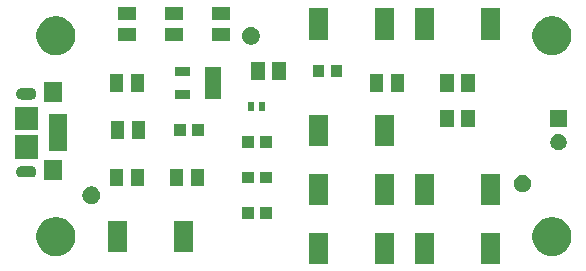
<source format=gbr>
G04 #@! TF.GenerationSoftware,KiCad,Pcbnew,5.1.4+dfsg1-1*
G04 #@! TF.CreationDate,2020-01-04T00:08:43+00:00*
G04 #@! TF.ProjectId,LithiumBatteryEmulator,4c697468-6975-46d4-9261-747465727945,rev?*
G04 #@! TF.SameCoordinates,Original*
G04 #@! TF.FileFunction,Soldermask,Top*
G04 #@! TF.FilePolarity,Negative*
%FSLAX46Y46*%
G04 Gerber Fmt 4.6, Leading zero omitted, Abs format (unit mm)*
G04 Created by KiCad (PCBNEW 5.1.4+dfsg1-1) date 2020-01-04 00:08:43*
%MOMM*%
%LPD*%
G04 APERTURE LIST*
%ADD10C,0.100000*%
G04 APERTURE END LIST*
D10*
G36*
X112607000Y-93321000D02*
G01*
X110981000Y-93321000D01*
X110981000Y-90679000D01*
X112607000Y-90679000D01*
X112607000Y-93321000D01*
X112607000Y-93321000D01*
G37*
G36*
X116019000Y-93321000D02*
G01*
X114393000Y-93321000D01*
X114393000Y-90679000D01*
X116019000Y-90679000D01*
X116019000Y-93321000D01*
X116019000Y-93321000D01*
G37*
G36*
X121607000Y-93321000D02*
G01*
X119981000Y-93321000D01*
X119981000Y-90679000D01*
X121607000Y-90679000D01*
X121607000Y-93321000D01*
X121607000Y-93321000D01*
G37*
G36*
X107019000Y-93321000D02*
G01*
X105393000Y-93321000D01*
X105393000Y-90679000D01*
X107019000Y-90679000D01*
X107019000Y-93321000D01*
X107019000Y-93321000D01*
G37*
G36*
X126375256Y-89391298D02*
G01*
X126481579Y-89412447D01*
X126782042Y-89536903D01*
X127052451Y-89717585D01*
X127282415Y-89947549D01*
X127463097Y-90217958D01*
X127587553Y-90518421D01*
X127651000Y-90837391D01*
X127651000Y-91162609D01*
X127587553Y-91481579D01*
X127463097Y-91782042D01*
X127282415Y-92052451D01*
X127052451Y-92282415D01*
X126782042Y-92463097D01*
X126481579Y-92587553D01*
X126375256Y-92608702D01*
X126162611Y-92651000D01*
X125837389Y-92651000D01*
X125624744Y-92608702D01*
X125518421Y-92587553D01*
X125217958Y-92463097D01*
X124947549Y-92282415D01*
X124717585Y-92052451D01*
X124536903Y-91782042D01*
X124412447Y-91481579D01*
X124349000Y-91162609D01*
X124349000Y-90837391D01*
X124412447Y-90518421D01*
X124536903Y-90217958D01*
X124717585Y-89947549D01*
X124947549Y-89717585D01*
X125217958Y-89536903D01*
X125518421Y-89412447D01*
X125624744Y-89391298D01*
X125837389Y-89349000D01*
X126162611Y-89349000D01*
X126375256Y-89391298D01*
X126375256Y-89391298D01*
G37*
G36*
X84375256Y-89391298D02*
G01*
X84481579Y-89412447D01*
X84782042Y-89536903D01*
X85052451Y-89717585D01*
X85282415Y-89947549D01*
X85463097Y-90217958D01*
X85587553Y-90518421D01*
X85651000Y-90837391D01*
X85651000Y-91162609D01*
X85587553Y-91481579D01*
X85463097Y-91782042D01*
X85282415Y-92052451D01*
X85052451Y-92282415D01*
X84782042Y-92463097D01*
X84481579Y-92587553D01*
X84375256Y-92608702D01*
X84162611Y-92651000D01*
X83837389Y-92651000D01*
X83624744Y-92608702D01*
X83518421Y-92587553D01*
X83217958Y-92463097D01*
X82947549Y-92282415D01*
X82717585Y-92052451D01*
X82536903Y-91782042D01*
X82412447Y-91481579D01*
X82349000Y-91162609D01*
X82349000Y-90837391D01*
X82412447Y-90518421D01*
X82536903Y-90217958D01*
X82717585Y-89947549D01*
X82947549Y-89717585D01*
X83217958Y-89536903D01*
X83518421Y-89412447D01*
X83624744Y-89391298D01*
X83837389Y-89349000D01*
X84162611Y-89349000D01*
X84375256Y-89391298D01*
X84375256Y-89391298D01*
G37*
G36*
X90019000Y-92321000D02*
G01*
X88393000Y-92321000D01*
X88393000Y-89679000D01*
X90019000Y-89679000D01*
X90019000Y-92321000D01*
X90019000Y-92321000D01*
G37*
G36*
X95607000Y-92321000D02*
G01*
X93981000Y-92321000D01*
X93981000Y-89679000D01*
X95607000Y-89679000D01*
X95607000Y-92321000D01*
X95607000Y-92321000D01*
G37*
G36*
X102257500Y-89495500D02*
G01*
X101266500Y-89495500D01*
X101266500Y-88504500D01*
X102257500Y-88504500D01*
X102257500Y-89495500D01*
X102257500Y-89495500D01*
G37*
G36*
X100733500Y-89495500D02*
G01*
X99742500Y-89495500D01*
X99742500Y-88504500D01*
X100733500Y-88504500D01*
X100733500Y-89495500D01*
X100733500Y-89495500D01*
G37*
G36*
X116019000Y-88321000D02*
G01*
X114393000Y-88321000D01*
X114393000Y-85679000D01*
X116019000Y-85679000D01*
X116019000Y-88321000D01*
X116019000Y-88321000D01*
G37*
G36*
X107019000Y-88321000D02*
G01*
X105393000Y-88321000D01*
X105393000Y-85679000D01*
X107019000Y-85679000D01*
X107019000Y-88321000D01*
X107019000Y-88321000D01*
G37*
G36*
X112607000Y-88321000D02*
G01*
X110981000Y-88321000D01*
X110981000Y-85679000D01*
X112607000Y-85679000D01*
X112607000Y-88321000D01*
X112607000Y-88321000D01*
G37*
G36*
X121607000Y-88321000D02*
G01*
X119981000Y-88321000D01*
X119981000Y-85679000D01*
X121607000Y-85679000D01*
X121607000Y-88321000D01*
X121607000Y-88321000D01*
G37*
G36*
X87218766Y-86778821D02*
G01*
X87355257Y-86835358D01*
X87478097Y-86917437D01*
X87582563Y-87021903D01*
X87664642Y-87144743D01*
X87721179Y-87281234D01*
X87750000Y-87426130D01*
X87750000Y-87573870D01*
X87721179Y-87718766D01*
X87664642Y-87855257D01*
X87582563Y-87978097D01*
X87478097Y-88082563D01*
X87355257Y-88164642D01*
X87218766Y-88221179D01*
X87073870Y-88250000D01*
X86926130Y-88250000D01*
X86781234Y-88221179D01*
X86644743Y-88164642D01*
X86521903Y-88082563D01*
X86417437Y-87978097D01*
X86335358Y-87855257D01*
X86278821Y-87718766D01*
X86250000Y-87573870D01*
X86250000Y-87426130D01*
X86278821Y-87281234D01*
X86335358Y-87144743D01*
X86417437Y-87021903D01*
X86521903Y-86917437D01*
X86644743Y-86835358D01*
X86781234Y-86778821D01*
X86926130Y-86750000D01*
X87073870Y-86750000D01*
X87218766Y-86778821D01*
X87218766Y-86778821D01*
G37*
G36*
X123718766Y-85778821D02*
G01*
X123855257Y-85835358D01*
X123978097Y-85917437D01*
X124082563Y-86021903D01*
X124164642Y-86144743D01*
X124221179Y-86281234D01*
X124250000Y-86426130D01*
X124250000Y-86573870D01*
X124221179Y-86718766D01*
X124164642Y-86855257D01*
X124082563Y-86978097D01*
X123978097Y-87082563D01*
X123855257Y-87164642D01*
X123718766Y-87221179D01*
X123573870Y-87250000D01*
X123426130Y-87250000D01*
X123281234Y-87221179D01*
X123144743Y-87164642D01*
X123021903Y-87082563D01*
X122917437Y-86978097D01*
X122835358Y-86855257D01*
X122778821Y-86718766D01*
X122750000Y-86573870D01*
X122750000Y-86426130D01*
X122778821Y-86281234D01*
X122835358Y-86144743D01*
X122917437Y-86021903D01*
X123021903Y-85917437D01*
X123144743Y-85835358D01*
X123281234Y-85778821D01*
X123426130Y-85750000D01*
X123573870Y-85750000D01*
X123718766Y-85778821D01*
X123718766Y-85778821D01*
G37*
G36*
X94781000Y-86751000D02*
G01*
X93663000Y-86751000D01*
X93663000Y-85249000D01*
X94781000Y-85249000D01*
X94781000Y-86751000D01*
X94781000Y-86751000D01*
G37*
G36*
X96560000Y-86751000D02*
G01*
X95442000Y-86751000D01*
X95442000Y-85249000D01*
X96560000Y-85249000D01*
X96560000Y-86751000D01*
X96560000Y-86751000D01*
G37*
G36*
X89670000Y-86749500D02*
G01*
X88552000Y-86749500D01*
X88552000Y-85250500D01*
X89670000Y-85250500D01*
X89670000Y-86749500D01*
X89670000Y-86749500D01*
G37*
G36*
X91448000Y-86749500D02*
G01*
X90330000Y-86749500D01*
X90330000Y-85250500D01*
X91448000Y-85250500D01*
X91448000Y-86749500D01*
X91448000Y-86749500D01*
G37*
G36*
X102257500Y-86495500D02*
G01*
X101266500Y-86495500D01*
X101266500Y-85504500D01*
X102257500Y-85504500D01*
X102257500Y-86495500D01*
X102257500Y-86495500D01*
G37*
G36*
X100733500Y-86495500D02*
G01*
X99742500Y-86495500D01*
X99742500Y-85504500D01*
X100733500Y-85504500D01*
X100733500Y-86495500D01*
X100733500Y-86495500D01*
G37*
G36*
X84504920Y-86251000D02*
G01*
X83002920Y-86251000D01*
X83002920Y-84549000D01*
X84504920Y-84549000D01*
X84504920Y-86251000D01*
X84504920Y-86251000D01*
G37*
G36*
X81948213Y-85006249D02*
G01*
X82042652Y-85034897D01*
X82129687Y-85081418D01*
X82205975Y-85144025D01*
X82268582Y-85220313D01*
X82315103Y-85307348D01*
X82343751Y-85401787D01*
X82353424Y-85500000D01*
X82343751Y-85598213D01*
X82315103Y-85692652D01*
X82268582Y-85779687D01*
X82205975Y-85855975D01*
X82129687Y-85918582D01*
X82042652Y-85965103D01*
X81948213Y-85993751D01*
X81874612Y-86001000D01*
X81125388Y-86001000D01*
X81051787Y-85993751D01*
X80957348Y-85965103D01*
X80870313Y-85918582D01*
X80794025Y-85855975D01*
X80731418Y-85779687D01*
X80684897Y-85692652D01*
X80656249Y-85598213D01*
X80646576Y-85500000D01*
X80656249Y-85401787D01*
X80684897Y-85307348D01*
X80731418Y-85220313D01*
X80794025Y-85144025D01*
X80870313Y-85081418D01*
X80957348Y-85034897D01*
X81051787Y-85006249D01*
X81125388Y-84999000D01*
X81874612Y-84999000D01*
X81948213Y-85006249D01*
X81948213Y-85006249D01*
G37*
G36*
X82501000Y-84401000D02*
G01*
X80499000Y-84401000D01*
X80499000Y-82399000D01*
X82501000Y-82399000D01*
X82501000Y-84401000D01*
X82501000Y-84401000D01*
G37*
G36*
X84901000Y-83748940D02*
G01*
X83449000Y-83748940D01*
X83449000Y-80651060D01*
X84901000Y-80651060D01*
X84901000Y-83748940D01*
X84901000Y-83748940D01*
G37*
G36*
X126686558Y-82313480D02*
G01*
X126754174Y-82326929D01*
X126806939Y-82348785D01*
X126881559Y-82379694D01*
X126996204Y-82456297D01*
X127093703Y-82553796D01*
X127170306Y-82668441D01*
X127223071Y-82795827D01*
X127249970Y-82931058D01*
X127249970Y-83068942D01*
X127223071Y-83204173D01*
X127170306Y-83331559D01*
X127093703Y-83446204D01*
X126996204Y-83543703D01*
X126881559Y-83620306D01*
X126806939Y-83651215D01*
X126754174Y-83673071D01*
X126686557Y-83686521D01*
X126618942Y-83699970D01*
X126481058Y-83699970D01*
X126413443Y-83686521D01*
X126345826Y-83673071D01*
X126293061Y-83651215D01*
X126218441Y-83620306D01*
X126103796Y-83543703D01*
X126006297Y-83446204D01*
X125929694Y-83331559D01*
X125876929Y-83204173D01*
X125850030Y-83068942D01*
X125850030Y-82931058D01*
X125876929Y-82795827D01*
X125929694Y-82668441D01*
X126006297Y-82553796D01*
X126103796Y-82456297D01*
X126218441Y-82379694D01*
X126293061Y-82348785D01*
X126345826Y-82326929D01*
X126413442Y-82313480D01*
X126481058Y-82300030D01*
X126618942Y-82300030D01*
X126686558Y-82313480D01*
X126686558Y-82313480D01*
G37*
G36*
X100733500Y-83495500D02*
G01*
X99742500Y-83495500D01*
X99742500Y-82504500D01*
X100733500Y-82504500D01*
X100733500Y-83495500D01*
X100733500Y-83495500D01*
G37*
G36*
X102257500Y-83495500D02*
G01*
X101266500Y-83495500D01*
X101266500Y-82504500D01*
X102257500Y-82504500D01*
X102257500Y-83495500D01*
X102257500Y-83495500D01*
G37*
G36*
X107019000Y-83321000D02*
G01*
X105393000Y-83321000D01*
X105393000Y-80679000D01*
X107019000Y-80679000D01*
X107019000Y-83321000D01*
X107019000Y-83321000D01*
G37*
G36*
X112607000Y-83321000D02*
G01*
X110981000Y-83321000D01*
X110981000Y-80679000D01*
X112607000Y-80679000D01*
X112607000Y-83321000D01*
X112607000Y-83321000D01*
G37*
G36*
X89781000Y-82749500D02*
G01*
X88663000Y-82749500D01*
X88663000Y-81250500D01*
X89781000Y-81250500D01*
X89781000Y-82749500D01*
X89781000Y-82749500D01*
G37*
G36*
X91559000Y-82749500D02*
G01*
X90441000Y-82749500D01*
X90441000Y-81250500D01*
X91559000Y-81250500D01*
X91559000Y-82749500D01*
X91559000Y-82749500D01*
G37*
G36*
X96501000Y-82501000D02*
G01*
X95499000Y-82501000D01*
X95499000Y-81499000D01*
X96501000Y-81499000D01*
X96501000Y-82501000D01*
X96501000Y-82501000D01*
G37*
G36*
X94977000Y-82501000D02*
G01*
X93975000Y-82501000D01*
X93975000Y-81499000D01*
X94977000Y-81499000D01*
X94977000Y-82501000D01*
X94977000Y-82501000D01*
G37*
G36*
X82501000Y-82001000D02*
G01*
X80499000Y-82001000D01*
X80499000Y-79999000D01*
X82501000Y-79999000D01*
X82501000Y-82001000D01*
X82501000Y-82001000D01*
G37*
G36*
X117670000Y-81749500D02*
G01*
X116552000Y-81749500D01*
X116552000Y-80250500D01*
X117670000Y-80250500D01*
X117670000Y-81749500D01*
X117670000Y-81749500D01*
G37*
G36*
X119448000Y-81749500D02*
G01*
X118330000Y-81749500D01*
X118330000Y-80250500D01*
X119448000Y-80250500D01*
X119448000Y-81749500D01*
X119448000Y-81749500D01*
G37*
G36*
X127249970Y-81699970D02*
G01*
X125850030Y-81699970D01*
X125850030Y-80300030D01*
X127249970Y-80300030D01*
X127249970Y-81699970D01*
X127249970Y-81699970D01*
G37*
G36*
X101713280Y-80351000D02*
G01*
X101211280Y-80351000D01*
X101211280Y-79649000D01*
X101713280Y-79649000D01*
X101713280Y-80351000D01*
X101713280Y-80351000D01*
G37*
G36*
X100788720Y-80351000D02*
G01*
X100286720Y-80351000D01*
X100286720Y-79649000D01*
X100788720Y-79649000D01*
X100788720Y-80351000D01*
X100788720Y-80351000D01*
G37*
G36*
X84504920Y-79651000D02*
G01*
X83002920Y-79651000D01*
X83002920Y-77949000D01*
X84504920Y-77949000D01*
X84504920Y-79651000D01*
X84504920Y-79651000D01*
G37*
G36*
X81948213Y-78406249D02*
G01*
X82042652Y-78434897D01*
X82129687Y-78481418D01*
X82205975Y-78544025D01*
X82268582Y-78620313D01*
X82315103Y-78707348D01*
X82343751Y-78801787D01*
X82353424Y-78900000D01*
X82343751Y-78998213D01*
X82315103Y-79092652D01*
X82268582Y-79179687D01*
X82205975Y-79255975D01*
X82129687Y-79318582D01*
X82042652Y-79365103D01*
X81948213Y-79393751D01*
X81874612Y-79401000D01*
X81125388Y-79401000D01*
X81051787Y-79393751D01*
X80957348Y-79365103D01*
X80870313Y-79318582D01*
X80794025Y-79255975D01*
X80731418Y-79179687D01*
X80684897Y-79092652D01*
X80656249Y-78998213D01*
X80646576Y-78900000D01*
X80656249Y-78801787D01*
X80684897Y-78707348D01*
X80731418Y-78620313D01*
X80794025Y-78544025D01*
X80870313Y-78481418D01*
X80957348Y-78434897D01*
X81051787Y-78406249D01*
X81125388Y-78399000D01*
X81874612Y-78399000D01*
X81948213Y-78406249D01*
X81948213Y-78406249D01*
G37*
G36*
X95352500Y-79345130D02*
G01*
X94051620Y-79345130D01*
X94051620Y-78554790D01*
X95352500Y-78554790D01*
X95352500Y-79345130D01*
X95352500Y-79345130D01*
G37*
G36*
X97948380Y-79345130D02*
G01*
X96647500Y-79345130D01*
X96647500Y-76654870D01*
X97948380Y-76654870D01*
X97948380Y-79345130D01*
X97948380Y-79345130D01*
G37*
G36*
X113449000Y-78751000D02*
G01*
X112331000Y-78751000D01*
X112331000Y-77249000D01*
X113449000Y-77249000D01*
X113449000Y-78751000D01*
X113449000Y-78751000D01*
G37*
G36*
X111670000Y-78751000D02*
G01*
X110552000Y-78751000D01*
X110552000Y-77249000D01*
X111670000Y-77249000D01*
X111670000Y-78751000D01*
X111670000Y-78751000D01*
G37*
G36*
X119448000Y-78749500D02*
G01*
X118330000Y-78749500D01*
X118330000Y-77250500D01*
X119448000Y-77250500D01*
X119448000Y-78749500D01*
X119448000Y-78749500D01*
G37*
G36*
X117670000Y-78749500D02*
G01*
X116552000Y-78749500D01*
X116552000Y-77250500D01*
X117670000Y-77250500D01*
X117670000Y-78749500D01*
X117670000Y-78749500D01*
G37*
G36*
X89670000Y-78749500D02*
G01*
X88552000Y-78749500D01*
X88552000Y-77250500D01*
X89670000Y-77250500D01*
X89670000Y-78749500D01*
X89670000Y-78749500D01*
G37*
G36*
X91448000Y-78749500D02*
G01*
X90330000Y-78749500D01*
X90330000Y-77250500D01*
X91448000Y-77250500D01*
X91448000Y-78749500D01*
X91448000Y-78749500D01*
G37*
G36*
X103448000Y-77749500D02*
G01*
X102330000Y-77749500D01*
X102330000Y-76250500D01*
X103448000Y-76250500D01*
X103448000Y-77749500D01*
X103448000Y-77749500D01*
G37*
G36*
X101670000Y-77749500D02*
G01*
X100552000Y-77749500D01*
X100552000Y-76250500D01*
X101670000Y-76250500D01*
X101670000Y-77749500D01*
X101670000Y-77749500D01*
G37*
G36*
X108263000Y-77501000D02*
G01*
X107261000Y-77501000D01*
X107261000Y-76499000D01*
X108263000Y-76499000D01*
X108263000Y-77501000D01*
X108263000Y-77501000D01*
G37*
G36*
X106739000Y-77501000D02*
G01*
X105737000Y-77501000D01*
X105737000Y-76499000D01*
X106739000Y-76499000D01*
X106739000Y-77501000D01*
X106739000Y-77501000D01*
G37*
G36*
X95352500Y-77445210D02*
G01*
X94051620Y-77445210D01*
X94051620Y-76654870D01*
X95352500Y-76654870D01*
X95352500Y-77445210D01*
X95352500Y-77445210D01*
G37*
G36*
X126375256Y-72391298D02*
G01*
X126481579Y-72412447D01*
X126782042Y-72536903D01*
X127052451Y-72717585D01*
X127282415Y-72947549D01*
X127463097Y-73217958D01*
X127587553Y-73518421D01*
X127608702Y-73624744D01*
X127651000Y-73837389D01*
X127651000Y-74162611D01*
X127619494Y-74321000D01*
X127587553Y-74481579D01*
X127463097Y-74782042D01*
X127282415Y-75052451D01*
X127052451Y-75282415D01*
X126782042Y-75463097D01*
X126481579Y-75587553D01*
X126375256Y-75608702D01*
X126162611Y-75651000D01*
X125837389Y-75651000D01*
X125624744Y-75608702D01*
X125518421Y-75587553D01*
X125217958Y-75463097D01*
X124947549Y-75282415D01*
X124717585Y-75052451D01*
X124536903Y-74782042D01*
X124412447Y-74481579D01*
X124380506Y-74321000D01*
X124349000Y-74162611D01*
X124349000Y-73837389D01*
X124391298Y-73624744D01*
X124412447Y-73518421D01*
X124536903Y-73217958D01*
X124717585Y-72947549D01*
X124947549Y-72717585D01*
X125217958Y-72536903D01*
X125518421Y-72412447D01*
X125624744Y-72391298D01*
X125837389Y-72349000D01*
X126162611Y-72349000D01*
X126375256Y-72391298D01*
X126375256Y-72391298D01*
G37*
G36*
X84375256Y-72391298D02*
G01*
X84481579Y-72412447D01*
X84782042Y-72536903D01*
X85052451Y-72717585D01*
X85282415Y-72947549D01*
X85463097Y-73217958D01*
X85587553Y-73518421D01*
X85608702Y-73624744D01*
X85651000Y-73837389D01*
X85651000Y-74162611D01*
X85619494Y-74321000D01*
X85587553Y-74481579D01*
X85463097Y-74782042D01*
X85282415Y-75052451D01*
X85052451Y-75282415D01*
X84782042Y-75463097D01*
X84481579Y-75587553D01*
X84375256Y-75608702D01*
X84162611Y-75651000D01*
X83837389Y-75651000D01*
X83624744Y-75608702D01*
X83518421Y-75587553D01*
X83217958Y-75463097D01*
X82947549Y-75282415D01*
X82717585Y-75052451D01*
X82536903Y-74782042D01*
X82412447Y-74481579D01*
X82380506Y-74321000D01*
X82349000Y-74162611D01*
X82349000Y-73837389D01*
X82391298Y-73624744D01*
X82412447Y-73518421D01*
X82536903Y-73217958D01*
X82717585Y-72947549D01*
X82947549Y-72717585D01*
X83217958Y-72536903D01*
X83518421Y-72412447D01*
X83624744Y-72391298D01*
X83837389Y-72349000D01*
X84162611Y-72349000D01*
X84375256Y-72391298D01*
X84375256Y-72391298D01*
G37*
G36*
X100718766Y-73278821D02*
G01*
X100855257Y-73335358D01*
X100978097Y-73417437D01*
X101082563Y-73521903D01*
X101164642Y-73644743D01*
X101221179Y-73781234D01*
X101250000Y-73926130D01*
X101250000Y-74073870D01*
X101221179Y-74218766D01*
X101164642Y-74355257D01*
X101082563Y-74478097D01*
X100978097Y-74582563D01*
X100855257Y-74664642D01*
X100718766Y-74721179D01*
X100573870Y-74750000D01*
X100426130Y-74750000D01*
X100281234Y-74721179D01*
X100144743Y-74664642D01*
X100021903Y-74582563D01*
X99917437Y-74478097D01*
X99835358Y-74355257D01*
X99778821Y-74218766D01*
X99750000Y-74073870D01*
X99750000Y-73926130D01*
X99778821Y-73781234D01*
X99835358Y-73644743D01*
X99917437Y-73521903D01*
X100021903Y-73417437D01*
X100144743Y-73335358D01*
X100281234Y-73278821D01*
X100426130Y-73250000D01*
X100573870Y-73250000D01*
X100718766Y-73278821D01*
X100718766Y-73278821D01*
G37*
G36*
X94751000Y-74448000D02*
G01*
X93249000Y-74448000D01*
X93249000Y-73330000D01*
X94751000Y-73330000D01*
X94751000Y-74448000D01*
X94751000Y-74448000D01*
G37*
G36*
X90751000Y-74448000D02*
G01*
X89249000Y-74448000D01*
X89249000Y-73330000D01*
X90751000Y-73330000D01*
X90751000Y-74448000D01*
X90751000Y-74448000D01*
G37*
G36*
X98751000Y-74448000D02*
G01*
X97249000Y-74448000D01*
X97249000Y-73330000D01*
X98751000Y-73330000D01*
X98751000Y-74448000D01*
X98751000Y-74448000D01*
G37*
G36*
X121607000Y-74321000D02*
G01*
X119981000Y-74321000D01*
X119981000Y-71679000D01*
X121607000Y-71679000D01*
X121607000Y-74321000D01*
X121607000Y-74321000D01*
G37*
G36*
X112607000Y-74321000D02*
G01*
X110981000Y-74321000D01*
X110981000Y-71679000D01*
X112607000Y-71679000D01*
X112607000Y-74321000D01*
X112607000Y-74321000D01*
G37*
G36*
X107019000Y-74321000D02*
G01*
X105393000Y-74321000D01*
X105393000Y-71679000D01*
X107019000Y-71679000D01*
X107019000Y-74321000D01*
X107019000Y-74321000D01*
G37*
G36*
X116019000Y-74321000D02*
G01*
X114393000Y-74321000D01*
X114393000Y-71679000D01*
X116019000Y-71679000D01*
X116019000Y-74321000D01*
X116019000Y-74321000D01*
G37*
G36*
X94751000Y-72669000D02*
G01*
X93249000Y-72669000D01*
X93249000Y-71551000D01*
X94751000Y-71551000D01*
X94751000Y-72669000D01*
X94751000Y-72669000D01*
G37*
G36*
X90751000Y-72669000D02*
G01*
X89249000Y-72669000D01*
X89249000Y-71551000D01*
X90751000Y-71551000D01*
X90751000Y-72669000D01*
X90751000Y-72669000D01*
G37*
G36*
X98751000Y-72669000D02*
G01*
X97249000Y-72669000D01*
X97249000Y-71551000D01*
X98751000Y-71551000D01*
X98751000Y-72669000D01*
X98751000Y-72669000D01*
G37*
M02*

</source>
